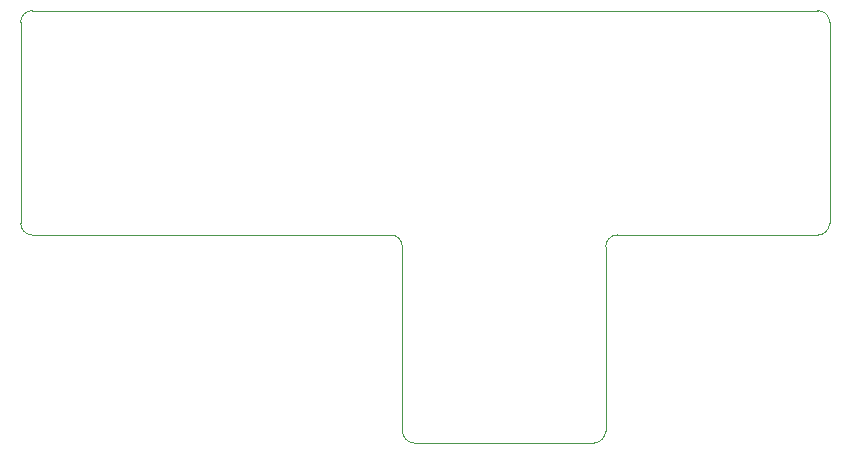
<source format=gbr>
%TF.GenerationSoftware,KiCad,Pcbnew,9.0.4*%
%TF.CreationDate,2025-09-13T13:09:21-04:00*%
%TF.ProjectId,C64-128AVS,4336342d-3132-4384-9156-532e6b696361,rev?*%
%TF.SameCoordinates,Original*%
%TF.FileFunction,Profile,NP*%
%FSLAX46Y46*%
G04 Gerber Fmt 4.6, Leading zero omitted, Abs format (unit mm)*
G04 Created by KiCad (PCBNEW 9.0.4) date 2025-09-13 13:09:21*
%MOMM*%
%LPD*%
G01*
G04 APERTURE LIST*
%TA.AperFunction,Profile*%
%ADD10C,0.050000*%
%TD*%
G04 APERTURE END LIST*
D10*
X151872600Y-123134400D02*
X151872650Y-107528750D01*
X169078400Y-107527600D02*
X169073750Y-123134400D01*
X170079048Y-106530000D02*
X187036200Y-106537000D01*
X188036200Y-105537000D02*
G75*
G02*
X187036200Y-106537000I-1000000J0D01*
G01*
X187041100Y-87530000D02*
X120540000Y-87530000D01*
X169073750Y-123134400D02*
G75*
G02*
X168073750Y-124134400I-999950J-50D01*
G01*
X120540000Y-106530000D02*
G75*
G02*
X119540000Y-105530000I0J1000000D01*
G01*
X119540000Y-105530000D02*
X119540000Y-88530000D01*
X152872650Y-124134400D02*
X168073750Y-124134400D01*
X188036200Y-105537000D02*
X188041100Y-88530000D01*
X187041100Y-87530000D02*
G75*
G02*
X188041100Y-88530000I0J-1000000D01*
G01*
X150872650Y-106528750D02*
G75*
G02*
X151872650Y-107528750I50J-999950D01*
G01*
X119540000Y-88530000D02*
G75*
G02*
X120540000Y-87530000I1000000J0D01*
G01*
X169078400Y-107527600D02*
G75*
G02*
X170078400Y-106527573I1000027J0D01*
G01*
X152872650Y-124134400D02*
G75*
G02*
X151872650Y-123134400I-50J999950D01*
G01*
X120540000Y-106530000D02*
X150872650Y-106530000D01*
M02*

</source>
